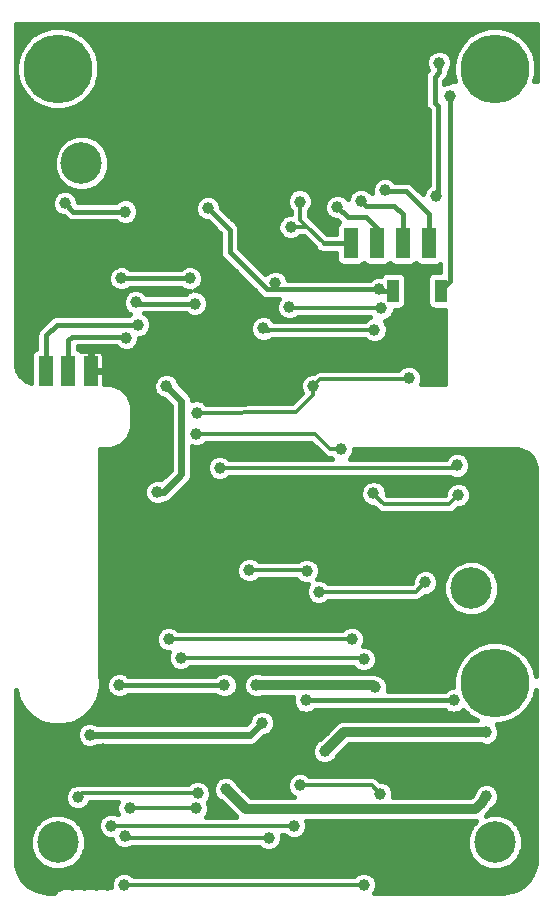
<source format=gbl>
G75*
G70*
%OFA0B0*%
%FSLAX24Y24*%
%IPPOS*%
%LPD*%
%AMOC8*
5,1,8,0,0,1.08239X$1,22.5*
%
%ADD10R,0.0400X0.0780*%
%ADD11R,0.0500X0.1000*%
%ADD12C,0.0396*%
%ADD13C,0.0320*%
%ADD14C,0.0240*%
%ADD15C,0.0160*%
%ADD16C,0.0120*%
%ADD17C,0.1384*%
%ADD18C,0.2290*%
D10*
X026425Y028020D03*
X028000Y028020D03*
D11*
X027607Y029594D03*
X026740Y029594D03*
X025874Y029594D03*
X025008Y029594D03*
X016347Y025343D03*
X015599Y025343D03*
X014851Y025343D03*
D12*
X014929Y027744D03*
X016229Y027744D03*
X017365Y028429D03*
X017843Y027626D03*
X017922Y026878D03*
X017528Y026445D03*
X018866Y024831D03*
X019870Y023955D03*
X019860Y023256D03*
X020638Y022114D03*
X018565Y021309D03*
X017292Y021051D03*
X017292Y019870D03*
X017292Y018689D03*
X017292Y017508D03*
X018945Y016406D03*
X019339Y015776D03*
X018082Y014143D03*
X017292Y014870D03*
X016307Y013217D03*
X016762Y012733D03*
X015914Y011130D03*
X015087Y010933D03*
X014221Y010933D03*
X017016Y010185D03*
X017470Y009840D03*
X017635Y010769D03*
X018709Y012390D03*
X019909Y011259D03*
X019845Y010769D03*
X020847Y011403D03*
X022272Y009780D03*
X023118Y010185D03*
X024024Y009437D03*
X024024Y008650D03*
X025166Y009437D03*
X025441Y008217D03*
X026268Y009437D03*
X027331Y009437D03*
X028394Y009437D03*
X029521Y011169D03*
X028959Y012193D03*
X029520Y013295D03*
X028433Y014358D03*
X027685Y014831D03*
X027252Y013886D03*
X027213Y012508D03*
X026110Y012783D03*
X025677Y012783D03*
X024142Y012665D03*
X023433Y012508D03*
X022764Y013138D03*
X022055Y013610D03*
X022803Y014122D03*
X023512Y014358D03*
X024142Y013886D03*
X025815Y014811D03*
X025441Y015736D03*
X025048Y016406D03*
X024214Y017098D03*
X023945Y017980D03*
X023535Y018679D03*
X024324Y019858D03*
X025204Y019048D03*
X025765Y021259D03*
X027410Y021366D03*
X028591Y021209D03*
X028551Y022193D03*
X026947Y025105D03*
X025796Y026720D03*
X026032Y027429D03*
X025953Y028059D03*
X024563Y030803D03*
X025351Y031012D03*
X026150Y031366D03*
X027843Y031169D03*
X025599Y033610D03*
X025599Y034791D03*
X027961Y035618D03*
X028315Y034516D03*
X023308Y030989D03*
X023005Y030139D03*
X021780Y031351D03*
X020249Y030770D03*
X019960Y029691D03*
X019645Y028429D03*
X019811Y027587D03*
X019414Y026580D03*
X022095Y026760D03*
X022961Y027469D03*
X022495Y028279D03*
X022862Y025028D03*
X022862Y024566D03*
X023765Y024839D03*
X024675Y022739D03*
X021625Y018699D03*
X019733Y018531D03*
X019733Y019319D03*
X020796Y014870D03*
X021859Y014870D03*
X023315Y011524D03*
X025991Y011246D03*
X030413Y012193D03*
X027685Y016091D03*
X027488Y018295D03*
X017449Y008217D03*
X017488Y030657D03*
X017528Y031287D03*
X015481Y030933D03*
X017410Y034752D03*
X017449Y036012D03*
X019260Y036012D03*
X019260Y034752D03*
X019260Y033571D03*
X021229Y033531D03*
X022803Y033571D03*
X022803Y036012D03*
X021229Y036012D03*
D13*
X021859Y014870D02*
X025756Y014870D01*
X025815Y014811D01*
X024772Y013295D02*
X024142Y012665D01*
X024772Y013295D02*
X029520Y013295D01*
X029521Y011169D02*
X029345Y010923D01*
X029158Y010736D01*
X021514Y010736D01*
X020847Y011403D01*
D14*
X021662Y013217D02*
X022055Y013610D01*
X021662Y013217D02*
X016307Y013217D01*
X018565Y021309D02*
X018775Y021309D01*
X019365Y021899D01*
X019365Y024333D01*
X018866Y024831D01*
D15*
X013918Y008624D02*
X014061Y008377D01*
X014263Y008175D01*
X014510Y008032D01*
X014786Y007958D01*
X014929Y007949D01*
X015103Y007949D01*
X015192Y008038D01*
X015405Y008126D01*
X015635Y008126D01*
X015717Y008092D01*
X015799Y008126D01*
X016029Y008126D01*
X016110Y008092D01*
X016192Y008126D01*
X016422Y008126D01*
X016504Y008092D01*
X016586Y008126D01*
X016816Y008126D01*
X016898Y008092D01*
X016980Y008126D01*
X017013Y008126D01*
X017011Y008129D01*
X017011Y008304D01*
X017078Y008465D01*
X017201Y008588D01*
X017362Y008655D01*
X017536Y008655D01*
X017697Y008588D01*
X017769Y008517D01*
X025122Y008517D01*
X025193Y008588D01*
X025354Y008655D01*
X025528Y008655D01*
X025689Y008588D01*
X025813Y008465D01*
X025879Y008304D01*
X025879Y008129D01*
X025813Y007968D01*
X025793Y007949D01*
X030087Y007949D01*
X030230Y007958D01*
X030506Y008032D01*
X030753Y008175D01*
X030955Y008377D01*
X031098Y008624D01*
X031098Y008624D01*
X031172Y008900D01*
X031182Y009043D01*
X031182Y014712D01*
X031102Y014414D01*
X030919Y014098D01*
X030662Y013841D01*
X030346Y013658D01*
X029994Y013564D01*
X029871Y013564D01*
X029891Y013543D01*
X029958Y013382D01*
X029958Y013208D01*
X029891Y013047D01*
X029768Y012924D01*
X029607Y012857D01*
X029433Y012857D01*
X029341Y012895D01*
X024938Y012895D01*
X024552Y012509D01*
X024513Y012417D01*
X024390Y012294D01*
X024229Y012227D01*
X024055Y012227D01*
X023894Y012294D01*
X023771Y012417D01*
X023704Y012578D01*
X023704Y012753D01*
X023771Y012914D01*
X023894Y013037D01*
X023986Y013075D01*
X024545Y013634D01*
X024692Y013695D01*
X029213Y013695D01*
X028961Y013841D01*
X028748Y014053D01*
X028682Y013987D01*
X028520Y013920D01*
X028346Y013920D01*
X028185Y013987D01*
X028134Y014038D01*
X023812Y014038D01*
X023760Y013987D01*
X023599Y013920D01*
X023425Y013920D01*
X023264Y013987D01*
X023141Y014110D01*
X023074Y014271D01*
X023074Y014445D01*
X023084Y014470D01*
X022038Y014470D01*
X021946Y014432D01*
X021771Y014432D01*
X021610Y014499D01*
X021487Y014622D01*
X021420Y014783D01*
X021420Y014957D01*
X021487Y015118D01*
X021610Y015241D01*
X021771Y015308D01*
X021946Y015308D01*
X022038Y015270D01*
X025836Y015270D01*
X025886Y015249D01*
X025902Y015249D01*
X026063Y015182D01*
X026187Y015059D01*
X026253Y014898D01*
X026253Y014724D01*
X026234Y014678D01*
X028134Y014678D01*
X028185Y014730D01*
X028346Y014796D01*
X028426Y014796D01*
X028426Y015131D01*
X028521Y015483D01*
X028703Y015799D01*
X028961Y016057D01*
X029277Y016239D01*
X029629Y016334D01*
X029994Y016334D01*
X030346Y016239D01*
X030662Y016057D01*
X030919Y015799D01*
X031102Y015483D01*
X031182Y015185D01*
X031182Y022035D01*
X031176Y022127D01*
X031128Y022304D01*
X031037Y022462D01*
X030907Y022592D01*
X030749Y022683D01*
X030572Y022731D01*
X030481Y022737D01*
X025113Y022737D01*
X025113Y022652D01*
X025046Y022491D01*
X024969Y022414D01*
X028169Y022414D01*
X028180Y022441D01*
X028303Y022564D01*
X028464Y022631D01*
X028639Y022631D01*
X028800Y022564D01*
X028923Y022441D01*
X028990Y022280D01*
X028990Y022106D01*
X028923Y021945D01*
X028800Y021822D01*
X028639Y021755D01*
X028464Y021755D01*
X028321Y021814D01*
X020958Y021814D01*
X020886Y021743D01*
X020725Y021676D01*
X020551Y021676D01*
X020390Y021743D01*
X020267Y021866D01*
X020200Y022027D01*
X020200Y022201D01*
X020267Y022362D01*
X020390Y022486D01*
X020551Y022552D01*
X020725Y022552D01*
X020886Y022486D01*
X020958Y022414D01*
X024380Y022414D01*
X024360Y022434D01*
X024270Y022434D01*
X024160Y022480D01*
X024075Y022564D01*
X023683Y022956D01*
X020180Y022956D01*
X020108Y022884D01*
X019947Y022818D01*
X019773Y022818D01*
X019725Y022838D01*
X019725Y021827D01*
X019670Y021695D01*
X019080Y021105D01*
X018979Y021004D01*
X018846Y020949D01*
X018824Y020949D01*
X018813Y020938D01*
X018652Y020871D01*
X018477Y020871D01*
X018316Y020938D01*
X018193Y021061D01*
X018126Y021222D01*
X018126Y021396D01*
X018193Y021557D01*
X018316Y021680D01*
X018477Y021747D01*
X018652Y021747D01*
X018688Y021732D01*
X019005Y022048D01*
X019005Y024183D01*
X018795Y024393D01*
X018779Y024393D01*
X018618Y024459D01*
X018495Y024583D01*
X018428Y024744D01*
X018428Y024918D01*
X018495Y025079D01*
X018618Y025202D01*
X018779Y025269D01*
X018954Y025269D01*
X019115Y025202D01*
X019238Y025079D01*
X019305Y024918D01*
X019305Y024902D01*
X019569Y024638D01*
X019670Y024536D01*
X019725Y024404D01*
X019725Y024369D01*
X019783Y024393D01*
X019957Y024393D01*
X020118Y024326D01*
X020189Y024256D01*
X022855Y024264D01*
X022866Y024269D01*
X023050Y024269D01*
X023387Y024606D01*
X023326Y024752D01*
X023326Y024926D01*
X023393Y025087D01*
X023516Y025210D01*
X023677Y025277D01*
X023778Y025277D01*
X023823Y025321D01*
X023933Y025367D01*
X026590Y025367D01*
X026699Y025476D01*
X026860Y025543D01*
X027034Y025543D01*
X027195Y025476D01*
X027319Y025353D01*
X027385Y025192D01*
X027385Y025018D01*
X027344Y024917D01*
X028154Y024917D01*
X028154Y027390D01*
X027753Y027390D01*
X027665Y027426D01*
X027597Y027494D01*
X027560Y027582D01*
X027560Y028457D01*
X027597Y028546D01*
X027665Y028613D01*
X027753Y028650D01*
X027995Y028650D01*
X027995Y028894D01*
X027993Y028891D01*
X027904Y028854D01*
X027309Y028854D01*
X027221Y028891D01*
X027173Y028938D01*
X027126Y028891D01*
X027038Y028854D01*
X026443Y028854D01*
X026354Y028891D01*
X026307Y028938D01*
X026260Y028891D01*
X026172Y028854D01*
X025577Y028854D01*
X025488Y028891D01*
X025441Y028938D01*
X025394Y028891D01*
X025306Y028854D01*
X024710Y028854D01*
X024622Y028891D01*
X024555Y028959D01*
X024518Y029047D01*
X024518Y029274D01*
X024039Y029274D01*
X023921Y029323D01*
X023831Y029413D01*
X023811Y029462D01*
X023434Y029839D01*
X023324Y029839D01*
X023253Y029768D01*
X023092Y029701D01*
X022917Y029701D01*
X022756Y029768D01*
X022633Y029891D01*
X022566Y030052D01*
X022566Y030226D01*
X022633Y030387D01*
X022756Y030510D01*
X022917Y030577D01*
X023008Y030577D01*
X023008Y030670D01*
X022936Y030741D01*
X022870Y030902D01*
X022870Y031077D01*
X022936Y031238D01*
X023060Y031361D01*
X023221Y031427D01*
X023395Y031427D01*
X023556Y031361D01*
X023679Y031238D01*
X023746Y031077D01*
X023746Y030902D01*
X023679Y030741D01*
X023608Y030670D01*
X023608Y030514D01*
X023812Y030309D01*
X024207Y029914D01*
X024518Y029914D01*
X024518Y030142D01*
X024555Y030230D01*
X024619Y030295D01*
X024549Y030365D01*
X024476Y030365D01*
X024315Y030432D01*
X024192Y030555D01*
X024125Y030716D01*
X024125Y030890D01*
X024192Y031051D01*
X024315Y031175D01*
X024476Y031241D01*
X024650Y031241D01*
X024811Y031175D01*
X024913Y031073D01*
X024913Y031099D01*
X024979Y031260D01*
X025102Y031383D01*
X025264Y031450D01*
X025438Y031450D01*
X025599Y031383D01*
X025718Y031264D01*
X025712Y031279D01*
X025712Y031453D01*
X025778Y031614D01*
X025902Y031738D01*
X026063Y031804D01*
X026237Y031804D01*
X026398Y031738D01*
X026489Y031647D01*
X026922Y031647D01*
X027040Y031598D01*
X027130Y031508D01*
X027405Y031233D01*
X027405Y031256D01*
X027471Y031417D01*
X027595Y031541D01*
X027602Y031544D01*
X027602Y034029D01*
X027532Y034098D01*
X027483Y034216D01*
X027483Y035209D01*
X027532Y035327D01*
X027585Y035380D01*
X027523Y035531D01*
X027523Y035705D01*
X027589Y035866D01*
X027713Y035990D01*
X027874Y036056D01*
X028048Y036056D01*
X028209Y035990D01*
X028332Y035866D01*
X028399Y035705D01*
X028399Y035531D01*
X028332Y035370D01*
X028281Y035319D01*
X028281Y035239D01*
X028232Y035122D01*
X028142Y035032D01*
X028123Y035013D01*
X028123Y034911D01*
X028228Y034954D01*
X028256Y034954D01*
X028258Y034955D01*
X028346Y034992D01*
X028493Y034992D01*
X028426Y035239D01*
X028426Y035604D01*
X028521Y035956D01*
X028703Y036272D01*
X028961Y036529D01*
X029277Y036712D01*
X029629Y036806D01*
X029994Y036806D01*
X030346Y036712D01*
X030662Y036529D01*
X030919Y036272D01*
X031221Y036272D01*
X031221Y036114D02*
X031011Y036114D01*
X031102Y035956D02*
X030919Y036272D01*
X030760Y036431D02*
X031221Y036431D01*
X031221Y036589D02*
X030558Y036589D01*
X030212Y036748D02*
X031221Y036748D01*
X031221Y036906D02*
X013835Y036906D01*
X013835Y036914D02*
X031221Y036914D01*
X031221Y034992D01*
X031130Y034992D01*
X031196Y035239D01*
X031196Y035604D01*
X031102Y035956D01*
X031102Y035955D02*
X031221Y035955D01*
X031221Y035797D02*
X031144Y035797D01*
X031187Y035638D02*
X031221Y035638D01*
X031221Y035480D02*
X031196Y035480D01*
X031196Y035321D02*
X031221Y035321D01*
X031221Y035163D02*
X031176Y035163D01*
X031133Y035004D02*
X031221Y035004D01*
X029410Y036748D02*
X015645Y036748D01*
X015779Y036712D02*
X015427Y036806D01*
X015062Y036806D01*
X014710Y036712D01*
X014394Y036529D01*
X014136Y036272D01*
X013954Y035956D01*
X013859Y035604D01*
X013859Y035239D01*
X013954Y034887D01*
X014136Y034571D01*
X014394Y034313D01*
X014710Y034131D01*
X015062Y034036D01*
X015427Y034036D01*
X015779Y034131D01*
X016095Y034313D01*
X016353Y034571D01*
X016535Y034887D01*
X016629Y035239D01*
X016629Y035604D01*
X016535Y035956D01*
X016353Y036272D01*
X016095Y036529D01*
X015779Y036712D01*
X015991Y036589D02*
X029064Y036589D01*
X028862Y036431D02*
X016194Y036431D01*
X016352Y036272D02*
X028704Y036272D01*
X028612Y036114D02*
X016444Y036114D01*
X016535Y035955D02*
X027678Y035955D01*
X027561Y035797D02*
X016578Y035797D01*
X016620Y035638D02*
X027523Y035638D01*
X027544Y035480D02*
X016629Y035480D01*
X016629Y035321D02*
X027530Y035321D01*
X027483Y035163D02*
X016609Y035163D01*
X016566Y035004D02*
X027483Y035004D01*
X027483Y034846D02*
X016511Y034846D01*
X016420Y034687D02*
X027483Y034687D01*
X027483Y034529D02*
X016310Y034529D01*
X016152Y034370D02*
X027483Y034370D01*
X027485Y034212D02*
X015919Y034212D01*
X015489Y034053D02*
X027577Y034053D01*
X027602Y033895D02*
X013835Y033895D01*
X013835Y034053D02*
X015000Y034053D01*
X014570Y034212D02*
X013835Y034212D01*
X013835Y034370D02*
X014337Y034370D01*
X014179Y034529D02*
X013835Y034529D01*
X013835Y034687D02*
X014069Y034687D01*
X013978Y034846D02*
X013835Y034846D01*
X013835Y035004D02*
X013922Y035004D01*
X013880Y035163D02*
X013835Y035163D01*
X013835Y035321D02*
X013859Y035321D01*
X013859Y035480D02*
X013835Y035480D01*
X013835Y035638D02*
X013869Y035638D01*
X013835Y035797D02*
X013911Y035797D01*
X013954Y035955D02*
X013835Y035955D01*
X013835Y036114D02*
X014045Y036114D01*
X014137Y036272D02*
X013835Y036272D01*
X013835Y036431D02*
X014295Y036431D01*
X014497Y036589D02*
X013835Y036589D01*
X013835Y036748D02*
X014844Y036748D01*
X013835Y036914D02*
X013835Y025618D01*
X013841Y025527D01*
X013888Y025350D01*
X013979Y025191D01*
X014109Y025062D01*
X014267Y024970D01*
X014361Y024945D01*
X014361Y025890D01*
X014397Y025978D01*
X014465Y026046D01*
X014531Y026073D01*
X014531Y026587D01*
X014579Y026705D01*
X014934Y027059D01*
X015024Y027149D01*
X015141Y027198D01*
X017622Y027198D01*
X017654Y027230D01*
X017595Y027255D01*
X017471Y027378D01*
X017405Y027539D01*
X017405Y027713D01*
X013835Y027713D01*
X013835Y027555D02*
X017405Y027555D01*
X017405Y027713D02*
X017471Y027874D01*
X017595Y027997D01*
X017756Y028064D01*
X017930Y028064D01*
X018091Y027997D01*
X018182Y027907D01*
X019512Y027907D01*
X019563Y027958D01*
X019643Y027991D01*
X019557Y027991D01*
X019396Y028058D01*
X019345Y028109D01*
X017664Y028109D01*
X017613Y028058D01*
X017452Y027991D01*
X017277Y027991D01*
X017116Y028058D01*
X016993Y028181D01*
X016926Y028342D01*
X016926Y028516D01*
X016993Y028677D01*
X017116Y028800D01*
X017277Y028867D01*
X017452Y028867D01*
X017613Y028800D01*
X017664Y028749D01*
X019345Y028749D01*
X019396Y028800D01*
X019557Y028867D01*
X019732Y028867D01*
X019893Y028800D01*
X020016Y028677D01*
X020083Y028516D01*
X020083Y028342D01*
X020016Y028181D01*
X019893Y028058D01*
X019813Y028025D01*
X019898Y028025D01*
X020059Y027958D01*
X020183Y027835D01*
X020249Y027674D01*
X020249Y027499D01*
X020183Y027338D01*
X020059Y027215D01*
X019898Y027149D01*
X019724Y027149D01*
X019563Y027215D01*
X019512Y027267D01*
X018128Y027267D01*
X018170Y027249D01*
X018293Y027126D01*
X018360Y026965D01*
X018360Y026791D01*
X018293Y026630D01*
X018170Y026507D01*
X018009Y026440D01*
X017966Y026440D01*
X017966Y026358D01*
X017899Y026197D01*
X017776Y026073D01*
X017615Y026007D01*
X017441Y026007D01*
X017280Y026073D01*
X017189Y026164D01*
X015919Y026164D01*
X015919Y026073D01*
X015985Y026046D01*
X016023Y026008D01*
X016027Y026010D01*
X016073Y026023D01*
X016302Y026023D01*
X016302Y025388D01*
X016392Y025388D01*
X016392Y026023D01*
X016620Y026023D01*
X016666Y026010D01*
X016707Y025987D01*
X016741Y025953D01*
X016764Y025912D01*
X016777Y025866D01*
X016777Y025388D01*
X016392Y025388D01*
X016392Y025298D01*
X016777Y025298D01*
X016777Y024917D01*
X017032Y024917D01*
X017353Y024784D01*
X017353Y024784D01*
X017599Y024538D01*
X017599Y024538D01*
X017732Y024217D01*
X017732Y023436D01*
X017599Y023115D01*
X017599Y023115D01*
X017353Y022870D01*
X017353Y022870D01*
X017032Y022737D01*
X016665Y022737D01*
X016665Y015151D01*
X016669Y015136D01*
X016669Y014761D01*
X016572Y014399D01*
X023074Y014399D01*
X023087Y014241D02*
X016481Y014241D01*
X016572Y014399D02*
X016385Y014074D01*
X016119Y013809D01*
X015794Y013621D01*
X015432Y013524D01*
X015057Y013524D01*
X014694Y013621D01*
X014369Y013809D01*
X014104Y014074D01*
X013917Y014399D01*
X013835Y014705D01*
X013835Y009043D01*
X013844Y008900D01*
X013918Y008624D01*
X013900Y008693D02*
X031117Y008693D01*
X031159Y008852D02*
X030347Y008852D01*
X030339Y008844D02*
X030602Y009106D01*
X030743Y009448D01*
X030743Y009819D01*
X030602Y010162D01*
X030339Y010424D01*
X029997Y010566D01*
X029626Y010566D01*
X029503Y010515D01*
X029596Y010608D01*
X029625Y010626D01*
X029651Y010664D01*
X029684Y010696D01*
X029697Y010728D01*
X029738Y010785D01*
X029769Y010798D01*
X029892Y010921D01*
X029959Y011082D01*
X029959Y011256D01*
X029892Y011417D01*
X029769Y011541D01*
X029608Y011607D01*
X029434Y011607D01*
X029272Y011541D01*
X029149Y011417D01*
X029083Y011256D01*
X029083Y011244D01*
X029039Y011182D01*
X028993Y011136D01*
X026420Y011136D01*
X026429Y011159D01*
X026429Y011333D01*
X026363Y011494D01*
X026239Y011618D01*
X026078Y011684D01*
X025977Y011684D01*
X025878Y011783D01*
X025768Y011829D01*
X023629Y011829D01*
X023563Y011895D01*
X023402Y011962D01*
X023228Y011962D01*
X023067Y011895D01*
X022944Y011772D01*
X022877Y011611D01*
X022877Y011436D01*
X022944Y011275D01*
X023067Y011152D01*
X023106Y011136D01*
X021679Y011136D01*
X021256Y011559D01*
X021218Y011651D01*
X021095Y011774D01*
X020934Y011841D01*
X020760Y011841D01*
X020599Y011774D01*
X020475Y011651D01*
X020409Y011490D01*
X020409Y011316D01*
X020475Y011155D01*
X020599Y011032D01*
X020691Y010994D01*
X021175Y010510D01*
X021199Y010485D01*
X020180Y010485D01*
X020216Y010521D01*
X020283Y010682D01*
X020283Y010856D01*
X020237Y010968D01*
X020280Y011011D01*
X020347Y011172D01*
X020347Y011346D01*
X020280Y011507D01*
X020157Y011631D01*
X019996Y011697D01*
X019822Y011697D01*
X019661Y011631D01*
X019589Y011559D01*
X016022Y011559D01*
X016001Y011568D01*
X015827Y011568D01*
X015665Y011501D01*
X015542Y011378D01*
X015476Y011217D01*
X015476Y011043D01*
X015542Y010882D01*
X015665Y010759D01*
X015827Y010692D01*
X016001Y010692D01*
X016162Y010759D01*
X016285Y010882D01*
X016317Y010959D01*
X017239Y010959D01*
X017196Y010856D01*
X017196Y010682D01*
X017245Y010564D01*
X017103Y010623D01*
X016929Y010623D01*
X016768Y010556D01*
X016645Y010433D01*
X016578Y010272D01*
X016578Y010098D01*
X016645Y009937D01*
X016768Y009814D01*
X016929Y009747D01*
X017034Y009747D01*
X017098Y009592D01*
X017222Y009469D01*
X017383Y009402D01*
X017557Y009402D01*
X017718Y009469D01*
X017729Y009480D01*
X021953Y009480D01*
X022024Y009409D01*
X022185Y009342D01*
X022359Y009342D01*
X022520Y009409D01*
X022644Y009532D01*
X022710Y009693D01*
X022710Y009867D01*
X022703Y009885D01*
X022799Y009885D01*
X022870Y009814D01*
X023031Y009747D01*
X023206Y009747D01*
X023367Y009814D01*
X023490Y009937D01*
X023556Y010098D01*
X023556Y010272D01*
X023530Y010336D01*
X029195Y010336D01*
X029021Y010162D01*
X028879Y009819D01*
X028879Y009448D01*
X029021Y009106D01*
X029283Y008844D01*
X029626Y008702D01*
X029997Y008702D01*
X030339Y008844D01*
X030506Y009010D02*
X031180Y009010D01*
X031182Y009169D02*
X030627Y009169D01*
X030693Y009327D02*
X031182Y009327D01*
X031182Y009486D02*
X030743Y009486D01*
X030743Y009644D02*
X031182Y009644D01*
X031182Y009803D02*
X030743Y009803D01*
X030685Y009961D02*
X031182Y009961D01*
X031182Y010120D02*
X030619Y010120D01*
X030485Y010278D02*
X031182Y010278D01*
X031182Y010437D02*
X030309Y010437D01*
X029715Y010754D02*
X031182Y010754D01*
X031182Y010912D02*
X029883Y010912D01*
X029954Y011071D02*
X031182Y011071D01*
X031182Y011229D02*
X029959Y011229D01*
X029904Y011388D02*
X031182Y011388D01*
X031182Y011546D02*
X029756Y011546D01*
X029285Y011546D02*
X026311Y011546D01*
X026407Y011388D02*
X029137Y011388D01*
X029072Y011229D02*
X026429Y011229D01*
X025957Y011705D02*
X031182Y011705D01*
X031182Y011863D02*
X023595Y011863D01*
X023849Y012339D02*
X013835Y012339D01*
X013835Y012497D02*
X023737Y012497D01*
X023704Y012656D02*
X013835Y012656D01*
X013835Y012814D02*
X016134Y012814D01*
X016059Y012845D02*
X016220Y012778D01*
X016394Y012778D01*
X016556Y012845D01*
X016567Y012857D01*
X021733Y012857D01*
X021866Y012911D01*
X022126Y013172D01*
X022143Y013172D01*
X022304Y013239D01*
X022427Y013362D01*
X022493Y013523D01*
X022493Y013697D01*
X022427Y013858D01*
X022304Y013982D01*
X022143Y014048D01*
X021968Y014048D01*
X021807Y013982D01*
X021684Y013858D01*
X021617Y013697D01*
X021617Y013681D01*
X021513Y013577D01*
X016567Y013577D01*
X016556Y013588D01*
X016394Y013655D01*
X016220Y013655D01*
X016059Y013588D01*
X015936Y013465D01*
X015869Y013304D01*
X015869Y013129D01*
X015936Y012968D01*
X016059Y012845D01*
X015934Y012973D02*
X013835Y012973D01*
X013835Y013131D02*
X015869Y013131D01*
X015869Y013290D02*
X013835Y013290D01*
X013835Y013448D02*
X015929Y013448D01*
X016104Y013607D02*
X015740Y013607D01*
X016044Y013765D02*
X021645Y013765D01*
X021543Y013607D02*
X016511Y013607D01*
X016234Y013924D02*
X021749Y013924D01*
X022362Y013924D02*
X023417Y013924D01*
X023607Y013924D02*
X028338Y013924D01*
X028529Y013924D02*
X028878Y013924D01*
X029092Y013765D02*
X022465Y013765D01*
X022493Y013607D02*
X024518Y013607D01*
X024359Y013448D02*
X022462Y013448D01*
X022354Y013290D02*
X024201Y013290D01*
X024042Y013131D02*
X022085Y013131D01*
X021927Y012973D02*
X023830Y012973D01*
X023729Y012814D02*
X016481Y012814D01*
X016389Y014082D02*
X023169Y014082D01*
X023512Y014358D02*
X028433Y014358D01*
X028172Y014716D02*
X026250Y014716D01*
X026253Y014875D02*
X028426Y014875D01*
X028426Y015033D02*
X026197Y015033D01*
X026041Y015192D02*
X028443Y015192D01*
X028485Y015350D02*
X025654Y015350D01*
X025689Y015365D02*
X025813Y015488D01*
X025879Y015649D01*
X025879Y015823D01*
X025813Y015984D01*
X028888Y015984D01*
X028730Y015826D02*
X025878Y015826D01*
X025879Y015667D02*
X028627Y015667D01*
X028535Y015509D02*
X025821Y015509D01*
X025689Y015365D02*
X025528Y015298D01*
X025354Y015298D01*
X025193Y015365D01*
X025082Y015476D01*
X019658Y015476D01*
X019587Y015404D01*
X019426Y015337D01*
X019252Y015337D01*
X019091Y015404D01*
X018967Y015527D01*
X018901Y015688D01*
X018901Y015863D01*
X018944Y015967D01*
X018858Y015967D01*
X018697Y016034D01*
X018574Y016157D01*
X018507Y016318D01*
X018507Y016493D01*
X018574Y016654D01*
X018697Y016777D01*
X018858Y016844D01*
X019032Y016844D01*
X019193Y016777D01*
X019265Y016706D01*
X024728Y016706D01*
X024799Y016777D01*
X024960Y016844D01*
X025135Y016844D01*
X025296Y016777D01*
X025419Y016654D01*
X025486Y016493D01*
X025486Y016318D01*
X025426Y016174D01*
X025528Y016174D01*
X025689Y016108D01*
X025813Y015984D01*
X025605Y016143D02*
X029109Y016143D01*
X029507Y016301D02*
X025478Y016301D01*
X025486Y016460D02*
X031182Y016460D01*
X031182Y016618D02*
X025434Y016618D01*
X025296Y016777D02*
X031182Y016777D01*
X031182Y016935D02*
X016665Y016935D01*
X016665Y016777D02*
X018697Y016777D01*
X018559Y016618D02*
X016665Y016618D01*
X016665Y016460D02*
X018507Y016460D01*
X018514Y016301D02*
X016665Y016301D01*
X016665Y016143D02*
X018589Y016143D01*
X018818Y015984D02*
X016665Y015984D01*
X016665Y015826D02*
X018901Y015826D01*
X018910Y015667D02*
X016665Y015667D01*
X016665Y015509D02*
X018986Y015509D01*
X019221Y015350D02*
X016665Y015350D01*
X016665Y015192D02*
X016994Y015192D01*
X017043Y015241D02*
X016920Y015118D01*
X016853Y014957D01*
X016853Y014783D01*
X016920Y014622D01*
X017043Y014499D01*
X017204Y014432D01*
X017379Y014432D01*
X017540Y014499D01*
X017591Y014550D01*
X020496Y014550D01*
X020547Y014499D01*
X020708Y014432D01*
X020883Y014432D01*
X021044Y014499D01*
X021167Y014622D01*
X021234Y014783D01*
X021234Y014957D01*
X021167Y015118D01*
X021044Y015241D01*
X020883Y015308D01*
X020708Y015308D01*
X020547Y015241D01*
X020496Y015190D01*
X017591Y015190D01*
X017540Y015241D01*
X017379Y015308D01*
X017204Y015308D01*
X017043Y015241D01*
X016885Y015033D02*
X016669Y015033D01*
X016669Y014875D02*
X016853Y014875D01*
X016881Y014716D02*
X016657Y014716D01*
X016615Y014558D02*
X016985Y014558D01*
X017292Y014870D02*
X020796Y014870D01*
X021234Y014875D02*
X021420Y014875D01*
X021452Y015033D02*
X021202Y015033D01*
X021094Y015192D02*
X021560Y015192D01*
X021448Y014716D02*
X021206Y014716D01*
X021103Y014558D02*
X021551Y014558D01*
X020497Y015192D02*
X017590Y015192D01*
X016665Y017094D02*
X031182Y017094D01*
X031182Y017252D02*
X029416Y017252D01*
X029552Y017308D02*
X029814Y017570D01*
X029956Y017913D01*
X029956Y018284D01*
X029814Y018626D01*
X029552Y018889D01*
X029209Y019031D01*
X028838Y019031D01*
X028496Y018889D01*
X028234Y018626D01*
X028092Y018284D01*
X028092Y017913D01*
X028234Y017570D01*
X028496Y017308D01*
X028838Y017166D01*
X029209Y017166D01*
X029552Y017308D01*
X029654Y017411D02*
X031182Y017411D01*
X031182Y017569D02*
X029813Y017569D01*
X029879Y017728D02*
X031182Y017728D01*
X031182Y017886D02*
X029945Y017886D01*
X029956Y018045D02*
X031182Y018045D01*
X031182Y018203D02*
X029956Y018203D01*
X029924Y018362D02*
X031182Y018362D01*
X031182Y018520D02*
X029858Y018520D01*
X029762Y018679D02*
X031182Y018679D01*
X031182Y018837D02*
X029603Y018837D01*
X029294Y018996D02*
X031182Y018996D01*
X031182Y019154D02*
X016665Y019154D01*
X016665Y018996D02*
X021302Y018996D01*
X021253Y018947D02*
X021186Y018786D01*
X021186Y018612D01*
X021253Y018451D01*
X021376Y018328D01*
X021537Y018261D01*
X021712Y018261D01*
X021873Y018328D01*
X021944Y018399D01*
X023195Y018399D01*
X023286Y018308D01*
X023447Y018241D01*
X023586Y018241D01*
X023574Y018228D01*
X023507Y018067D01*
X023507Y017893D01*
X023574Y017732D01*
X023697Y017609D01*
X023858Y017542D01*
X024032Y017542D01*
X024193Y017609D01*
X024265Y017680D01*
X027233Y017680D01*
X027343Y017726D01*
X027475Y017857D01*
X027576Y017857D01*
X027737Y017924D01*
X027860Y018047D01*
X027927Y018208D01*
X027927Y018382D01*
X027860Y018543D01*
X027737Y018667D01*
X027576Y018733D01*
X027401Y018733D01*
X027240Y018667D01*
X027117Y018543D01*
X027050Y018382D01*
X027050Y018281D01*
X027049Y018280D01*
X024265Y018280D01*
X024193Y018352D01*
X024032Y018418D01*
X023894Y018418D01*
X023906Y018431D01*
X023973Y018592D01*
X023973Y018766D01*
X023906Y018927D01*
X023783Y019050D01*
X023622Y019117D01*
X023447Y019117D01*
X023286Y019050D01*
X023235Y018999D01*
X021944Y018999D01*
X021873Y019070D01*
X021712Y019137D01*
X021537Y019137D01*
X021376Y019070D01*
X021253Y018947D01*
X021208Y018837D02*
X016665Y018837D01*
X016665Y018679D02*
X021186Y018679D01*
X021225Y018520D02*
X016665Y018520D01*
X016665Y018362D02*
X021342Y018362D01*
X021907Y018362D02*
X023232Y018362D01*
X023563Y018203D02*
X016665Y018203D01*
X016665Y018045D02*
X023507Y018045D01*
X023510Y017886D02*
X016665Y017886D01*
X016665Y017728D02*
X023578Y017728D01*
X023793Y017569D02*
X016665Y017569D01*
X016665Y017411D02*
X028394Y017411D01*
X028235Y017569D02*
X024097Y017569D01*
X024170Y018362D02*
X027050Y018362D01*
X027107Y018520D02*
X023943Y018520D01*
X023973Y018679D02*
X027269Y018679D01*
X027708Y018679D02*
X028286Y018679D01*
X028190Y018520D02*
X027870Y018520D01*
X027927Y018362D02*
X028124Y018362D01*
X028092Y018203D02*
X027924Y018203D01*
X027857Y018045D02*
X028092Y018045D01*
X028103Y017886D02*
X027645Y017886D01*
X027345Y017728D02*
X028169Y017728D01*
X028631Y017252D02*
X016665Y017252D01*
X016665Y019313D02*
X031182Y019313D01*
X031182Y019471D02*
X016665Y019471D01*
X016665Y019630D02*
X031182Y019630D01*
X031182Y019788D02*
X016665Y019788D01*
X016665Y019947D02*
X031182Y019947D01*
X031182Y020105D02*
X016665Y020105D01*
X016665Y020264D02*
X031182Y020264D01*
X031182Y020422D02*
X016665Y020422D01*
X016665Y020581D02*
X031182Y020581D01*
X031182Y020739D02*
X028545Y020739D01*
X028577Y020771D02*
X028678Y020771D01*
X028839Y020837D01*
X028962Y020960D01*
X029029Y021122D01*
X029029Y021296D01*
X028962Y021457D01*
X028839Y021580D01*
X028678Y021647D01*
X028504Y021647D01*
X028343Y021580D01*
X028219Y021457D01*
X028153Y021296D01*
X028153Y021195D01*
X028152Y021194D01*
X026235Y021194D01*
X026203Y021226D01*
X026203Y021346D01*
X026136Y021507D01*
X026013Y021630D01*
X025852Y021697D01*
X025677Y021697D01*
X025516Y021630D01*
X025393Y021507D01*
X025326Y021346D01*
X025326Y021172D01*
X025393Y021011D01*
X025516Y020888D01*
X025677Y020821D01*
X025759Y020821D01*
X025856Y020724D01*
X025941Y020639D01*
X026051Y020594D01*
X028336Y020594D01*
X028446Y020639D01*
X028577Y020771D01*
X028899Y020898D02*
X031182Y020898D01*
X031182Y021056D02*
X029002Y021056D01*
X029029Y021215D02*
X031182Y021215D01*
X031182Y021373D02*
X028997Y021373D01*
X028887Y021532D02*
X031182Y021532D01*
X031182Y021690D02*
X025869Y021690D01*
X025660Y021690D02*
X020759Y021690D01*
X020517Y021690D02*
X019665Y021690D01*
X019725Y021849D02*
X020284Y021849D01*
X020208Y022007D02*
X019725Y022007D01*
X019725Y022166D02*
X020200Y022166D01*
X020251Y022324D02*
X019725Y022324D01*
X019725Y022483D02*
X020387Y022483D01*
X020889Y022483D02*
X024157Y022483D01*
X023998Y022641D02*
X019725Y022641D01*
X019725Y022800D02*
X023840Y022800D01*
X025038Y022483D02*
X028222Y022483D01*
X028881Y022483D02*
X031016Y022483D01*
X031117Y022324D02*
X028971Y022324D01*
X028990Y022166D02*
X031165Y022166D01*
X031182Y022007D02*
X028949Y022007D01*
X028827Y021849D02*
X031182Y021849D01*
X030822Y022641D02*
X025108Y022641D01*
X025418Y021532D02*
X019506Y021532D01*
X019348Y021373D02*
X025338Y021373D01*
X025326Y021215D02*
X019189Y021215D01*
X019031Y021056D02*
X025374Y021056D01*
X025506Y020898D02*
X018716Y020898D01*
X018413Y020898D02*
X016665Y020898D01*
X016665Y021056D02*
X018198Y021056D01*
X018130Y021215D02*
X016665Y021215D01*
X016665Y021373D02*
X018126Y021373D01*
X018183Y021532D02*
X016665Y021532D01*
X016665Y021690D02*
X018340Y021690D01*
X018805Y021849D02*
X016665Y021849D01*
X016665Y022007D02*
X018963Y022007D01*
X019005Y022166D02*
X016665Y022166D01*
X016665Y022324D02*
X019005Y022324D01*
X019005Y022483D02*
X016665Y022483D01*
X016665Y022641D02*
X019005Y022641D01*
X019005Y022800D02*
X017185Y022800D01*
X017442Y022958D02*
X019005Y022958D01*
X019005Y023117D02*
X017600Y023117D01*
X017665Y023275D02*
X019005Y023275D01*
X019005Y023434D02*
X017731Y023434D01*
X017732Y023592D02*
X019005Y023592D01*
X019005Y023751D02*
X017732Y023751D01*
X017732Y023909D02*
X019005Y023909D01*
X019005Y024068D02*
X017732Y024068D01*
X017729Y024226D02*
X018962Y024226D01*
X018803Y024385D02*
X017663Y024385D01*
X017594Y024543D02*
X018534Y024543D01*
X018446Y024702D02*
X017436Y024702D01*
X017170Y024860D02*
X018428Y024860D01*
X018470Y025019D02*
X016777Y025019D01*
X016777Y025177D02*
X018593Y025177D01*
X019140Y025177D02*
X023483Y025177D01*
X023365Y025019D02*
X019263Y025019D01*
X019346Y024860D02*
X023326Y024860D01*
X023347Y024702D02*
X019505Y024702D01*
X019663Y024543D02*
X023324Y024543D01*
X023166Y024385D02*
X019977Y024385D01*
X019763Y024385D02*
X019725Y024385D01*
X017831Y026128D02*
X028154Y026128D01*
X028154Y025970D02*
X016724Y025970D01*
X016777Y025811D02*
X028154Y025811D01*
X028154Y025653D02*
X016777Y025653D01*
X016777Y025494D02*
X026742Y025494D01*
X026927Y025196D02*
X026859Y025067D01*
X026947Y025105D02*
X026927Y025196D01*
X027153Y025494D02*
X028154Y025494D01*
X028154Y025336D02*
X027326Y025336D01*
X027385Y025177D02*
X028154Y025177D01*
X028154Y025019D02*
X027385Y025019D01*
X028154Y026287D02*
X025893Y026287D01*
X025883Y026282D02*
X026044Y026349D01*
X026167Y026472D01*
X026234Y026633D01*
X026234Y026808D01*
X026167Y026969D01*
X026137Y026999D01*
X026280Y027058D01*
X026403Y027181D01*
X026470Y027342D01*
X026470Y027390D01*
X026673Y027390D01*
X026761Y027426D01*
X026829Y027494D01*
X026865Y027582D01*
X026865Y028457D01*
X026829Y028546D01*
X026761Y028613D01*
X026673Y028650D01*
X026178Y028650D01*
X026090Y028613D01*
X026022Y028546D01*
X026002Y028497D01*
X025866Y028497D01*
X025705Y028430D01*
X025653Y028379D01*
X022927Y028379D01*
X022866Y028527D01*
X022743Y028650D01*
X022582Y028717D01*
X022407Y028717D01*
X022246Y028650D01*
X022166Y028570D01*
X021289Y029447D01*
X021289Y030114D01*
X021241Y030231D01*
X020688Y030785D01*
X020688Y030857D01*
X020621Y031018D01*
X020498Y031142D01*
X020337Y031208D01*
X020162Y031208D01*
X020001Y031142D01*
X019878Y031018D01*
X019811Y030857D01*
X019811Y030683D01*
X019878Y030522D01*
X020001Y030399D01*
X020162Y030332D01*
X020235Y030332D01*
X020649Y029918D01*
X020649Y029251D01*
X020698Y029133D01*
X020788Y029043D01*
X021953Y027878D01*
X022043Y027788D01*
X022161Y027739D01*
X022612Y027739D01*
X022589Y027717D01*
X022523Y027556D01*
X022523Y027381D01*
X022589Y027220D01*
X022713Y027097D01*
X022874Y027030D01*
X023048Y027030D01*
X023209Y027097D01*
X023241Y027129D01*
X025637Y027129D01*
X025547Y027092D01*
X025476Y027020D01*
X022454Y027020D01*
X022343Y027131D01*
X022182Y027198D01*
X022008Y027198D01*
X021847Y027131D01*
X021723Y027008D01*
X021657Y026847D01*
X021657Y026673D01*
X021723Y026512D01*
X021847Y026388D01*
X022008Y026322D01*
X022182Y026322D01*
X022343Y026388D01*
X022375Y026420D01*
X025476Y026420D01*
X025547Y026349D01*
X025708Y026282D01*
X025883Y026282D01*
X025698Y026287D02*
X017936Y026287D01*
X018021Y026445D02*
X021790Y026445D01*
X021685Y026604D02*
X018267Y026604D01*
X018348Y026762D02*
X021657Y026762D01*
X021687Y026921D02*
X018360Y026921D01*
X018312Y027079D02*
X021794Y027079D01*
X022095Y026760D02*
X022252Y026720D01*
X022395Y027079D02*
X022756Y027079D01*
X022582Y027238D02*
X020082Y027238D01*
X020207Y027396D02*
X022523Y027396D01*
X022523Y027555D02*
X020249Y027555D01*
X020233Y027713D02*
X022588Y027713D01*
X022595Y028059D02*
X022225Y028059D01*
X020969Y029314D01*
X020969Y030050D01*
X020249Y030770D01*
X019860Y030566D02*
X017925Y030566D01*
X017927Y030570D02*
X017860Y030409D01*
X017737Y030286D01*
X017576Y030219D01*
X017401Y030219D01*
X017240Y030286D01*
X017189Y030337D01*
X015693Y030337D01*
X015575Y030386D01*
X015466Y030495D01*
X015393Y030495D01*
X015232Y030562D01*
X015109Y030685D01*
X015042Y030846D01*
X015042Y031020D01*
X015109Y031181D01*
X015232Y031304D01*
X015393Y031371D01*
X015568Y031371D01*
X015729Y031304D01*
X015852Y031181D01*
X015919Y031020D01*
X015919Y030977D01*
X017189Y030977D01*
X017240Y031029D01*
X017401Y031096D01*
X017576Y031096D01*
X017737Y031029D01*
X017860Y030906D01*
X017927Y030745D01*
X017927Y030570D01*
X017927Y030725D02*
X019811Y030725D01*
X019822Y030883D02*
X017869Y030883D01*
X017706Y031042D02*
X019901Y031042D01*
X020143Y031200D02*
X015833Y031200D01*
X015846Y031340D02*
X016217Y031340D01*
X016560Y031481D01*
X016822Y031744D01*
X016964Y032086D01*
X016964Y032457D01*
X016822Y032800D01*
X016560Y033062D01*
X016217Y033204D01*
X015846Y033204D01*
X015504Y033062D01*
X015242Y032800D01*
X015100Y032457D01*
X015100Y032086D01*
X015242Y031744D01*
X015504Y031481D01*
X015846Y031340D01*
X015800Y031359D02*
X015598Y031359D01*
X015468Y031517D02*
X013835Y031517D01*
X013835Y031359D02*
X015363Y031359D01*
X015128Y031200D02*
X013835Y031200D01*
X013835Y031042D02*
X015051Y031042D01*
X015042Y030883D02*
X013835Y030883D01*
X013835Y030725D02*
X015093Y030725D01*
X015228Y030566D02*
X013835Y030566D01*
X013835Y030408D02*
X015554Y030408D01*
X015756Y030657D02*
X015481Y030933D01*
X015756Y030657D02*
X017488Y030657D01*
X017330Y030249D02*
X013835Y030249D01*
X013835Y030091D02*
X020476Y030091D01*
X020318Y030249D02*
X017647Y030249D01*
X017858Y030408D02*
X019992Y030408D01*
X020635Y029932D02*
X013835Y029932D01*
X013835Y029774D02*
X020649Y029774D01*
X020649Y029615D02*
X013835Y029615D01*
X013835Y029457D02*
X020649Y029457D01*
X020649Y029298D02*
X013835Y029298D01*
X013835Y029140D02*
X020695Y029140D01*
X020850Y028981D02*
X013835Y028981D01*
X013835Y028823D02*
X017170Y028823D01*
X016988Y028664D02*
X013835Y028664D01*
X013835Y028506D02*
X016926Y028506D01*
X016926Y028347D02*
X013835Y028347D01*
X013835Y028189D02*
X016990Y028189D01*
X017183Y028030D02*
X013835Y028030D01*
X013835Y027872D02*
X017470Y027872D01*
X017546Y028030D02*
X017674Y028030D01*
X018012Y028030D02*
X019463Y028030D01*
X019826Y028030D02*
X021801Y028030D01*
X021960Y027872D02*
X020146Y027872D01*
X020019Y028189D02*
X021643Y028189D01*
X021484Y028347D02*
X020083Y028347D01*
X020083Y028506D02*
X021326Y028506D01*
X021167Y028664D02*
X020021Y028664D01*
X019839Y028823D02*
X021009Y028823D01*
X021438Y029298D02*
X023982Y029298D01*
X023813Y029457D02*
X021289Y029457D01*
X021289Y029615D02*
X023658Y029615D01*
X023499Y029774D02*
X023259Y029774D01*
X023872Y030249D02*
X024573Y030249D01*
X024518Y030091D02*
X024031Y030091D01*
X024189Y029932D02*
X024518Y029932D01*
X024373Y030408D02*
X023714Y030408D01*
X023608Y030566D02*
X024187Y030566D01*
X024125Y030725D02*
X023663Y030725D01*
X023738Y030883D02*
X024125Y030883D01*
X024188Y031042D02*
X023746Y031042D01*
X023695Y031200D02*
X024377Y031200D01*
X024750Y031200D02*
X024954Y031200D01*
X025078Y031359D02*
X023558Y031359D01*
X023057Y031359D02*
X016263Y031359D01*
X016595Y031517D02*
X025738Y031517D01*
X025712Y031359D02*
X025623Y031359D01*
X025840Y031676D02*
X016754Y031676D01*
X016859Y031834D02*
X027602Y031834D01*
X027602Y031676D02*
X026460Y031676D01*
X026189Y031406D02*
X026150Y031366D01*
X026189Y031327D01*
X026859Y031327D01*
X027607Y030579D01*
X027607Y029594D01*
X027995Y028823D02*
X021914Y028823D01*
X021755Y028981D02*
X024545Y028981D01*
X024518Y029140D02*
X021597Y029140D01*
X022072Y028664D02*
X022279Y028664D01*
X022710Y028664D02*
X027995Y028664D01*
X027580Y028506D02*
X026846Y028506D01*
X026865Y028347D02*
X027560Y028347D01*
X027560Y028189D02*
X026865Y028189D01*
X026865Y028030D02*
X027560Y028030D01*
X027560Y027872D02*
X026865Y027872D01*
X026865Y027713D02*
X027560Y027713D01*
X027572Y027555D02*
X026854Y027555D01*
X026689Y027396D02*
X027737Y027396D01*
X028154Y027238D02*
X026427Y027238D01*
X026301Y027079D02*
X028154Y027079D01*
X028154Y026921D02*
X026187Y026921D01*
X026234Y026762D02*
X028154Y026762D01*
X028154Y026604D02*
X026221Y026604D01*
X026140Y026445D02*
X028154Y026445D01*
X028000Y028020D02*
X028000Y028020D01*
X028000Y028020D01*
X028020Y028039D01*
X028315Y028335D01*
X028315Y034516D01*
X027922Y034161D02*
X027803Y034280D01*
X027803Y035146D01*
X027961Y035303D01*
X027961Y035618D01*
X028361Y035797D02*
X028478Y035797D01*
X028521Y035955D02*
X028243Y035955D01*
X028399Y035638D02*
X028436Y035638D01*
X028426Y035480D02*
X028378Y035480D01*
X028426Y035321D02*
X028283Y035321D01*
X028249Y035163D02*
X028447Y035163D01*
X028489Y035004D02*
X028123Y035004D01*
X027922Y034161D02*
X027922Y031248D01*
X027843Y031169D01*
X027447Y031359D02*
X027279Y031359D01*
X027121Y031517D02*
X027571Y031517D01*
X027602Y031993D02*
X016925Y031993D01*
X016964Y032151D02*
X027602Y032151D01*
X027602Y032310D02*
X016964Y032310D01*
X016959Y032468D02*
X027602Y032468D01*
X027602Y032627D02*
X016894Y032627D01*
X016828Y032785D02*
X027602Y032785D01*
X027602Y032944D02*
X016678Y032944D01*
X016463Y033102D02*
X027602Y033102D01*
X027602Y033261D02*
X013835Y033261D01*
X013835Y033419D02*
X027602Y033419D01*
X027602Y033578D02*
X013835Y033578D01*
X013835Y033736D02*
X027602Y033736D01*
X025351Y031012D02*
X025508Y030854D01*
X026465Y030854D01*
X026740Y030579D01*
X026740Y029594D01*
X025874Y029594D02*
X025874Y030106D01*
X025520Y030461D01*
X024906Y030461D01*
X024563Y030803D01*
X025008Y029594D02*
X024103Y029594D01*
X022891Y030566D02*
X020906Y030566D01*
X021065Y030408D02*
X022654Y030408D01*
X022576Y030249D02*
X021223Y030249D01*
X021289Y030091D02*
X022566Y030091D01*
X022616Y029932D02*
X021289Y029932D01*
X021289Y029774D02*
X022750Y029774D01*
X022953Y030725D02*
X020748Y030725D01*
X020677Y030883D02*
X022878Y030883D01*
X022870Y031042D02*
X020598Y031042D01*
X020356Y031200D02*
X022921Y031200D01*
X022875Y028506D02*
X026005Y028506D01*
X025953Y028059D02*
X022595Y028059D01*
X022961Y027469D02*
X023000Y027429D01*
X023166Y027079D02*
X025535Y027079D01*
X025992Y028020D02*
X025953Y028059D01*
X025992Y028020D02*
X026425Y028020D01*
X023857Y025336D02*
X016392Y025336D01*
X016392Y025494D02*
X016302Y025494D01*
X016302Y025653D02*
X016392Y025653D01*
X016392Y025811D02*
X016302Y025811D01*
X016302Y025970D02*
X016392Y025970D01*
X015919Y026128D02*
X017225Y026128D01*
X017528Y026445D02*
X017488Y026484D01*
X015717Y026484D01*
X015599Y026366D01*
X015599Y025343D01*
X014851Y025343D02*
X014851Y026524D01*
X015205Y026878D01*
X017922Y026878D01*
X018181Y027238D02*
X019541Y027238D01*
X019811Y027587D02*
X017882Y027587D01*
X017843Y027626D01*
X017636Y027238D02*
X013835Y027238D01*
X013835Y027396D02*
X017464Y027396D01*
X017365Y028429D02*
X019645Y028429D01*
X019450Y028823D02*
X017559Y028823D01*
X017271Y031042D02*
X015910Y031042D01*
X015310Y031676D02*
X013835Y031676D01*
X013835Y031834D02*
X015204Y031834D01*
X015138Y031993D02*
X013835Y031993D01*
X013835Y032151D02*
X015100Y032151D01*
X015100Y032310D02*
X013835Y032310D01*
X013835Y032468D02*
X015104Y032468D01*
X015170Y032627D02*
X013835Y032627D01*
X013835Y032785D02*
X015236Y032785D01*
X015385Y032944D02*
X013835Y032944D01*
X013835Y033102D02*
X015601Y033102D01*
X014954Y027079D02*
X013835Y027079D01*
X013835Y026921D02*
X014795Y026921D01*
X014637Y026762D02*
X013835Y026762D01*
X013835Y026604D02*
X014537Y026604D01*
X014531Y026445D02*
X013835Y026445D01*
X013835Y026287D02*
X014531Y026287D01*
X014531Y026128D02*
X013835Y026128D01*
X013835Y025970D02*
X014394Y025970D01*
X014361Y025811D02*
X013835Y025811D01*
X013835Y025653D02*
X014361Y025653D01*
X014361Y025494D02*
X013849Y025494D01*
X013896Y025336D02*
X014361Y025336D01*
X014361Y025177D02*
X013994Y025177D01*
X014184Y025019D02*
X014361Y025019D01*
X016665Y020739D02*
X025841Y020739D01*
X026214Y021215D02*
X028153Y021215D01*
X028185Y021373D02*
X026192Y021373D01*
X026112Y021532D02*
X028294Y021532D01*
X028754Y018996D02*
X023838Y018996D01*
X023943Y018837D02*
X028444Y018837D01*
X030115Y016301D02*
X031182Y016301D01*
X031182Y016143D02*
X030513Y016143D01*
X030735Y015984D02*
X031182Y015984D01*
X031182Y015826D02*
X030893Y015826D01*
X030996Y015667D02*
X031182Y015667D01*
X031182Y015509D02*
X031087Y015509D01*
X031138Y015350D02*
X031182Y015350D01*
X031180Y015192D02*
X031182Y015192D01*
X031182Y014558D02*
X031140Y014558D01*
X031182Y014399D02*
X031093Y014399D01*
X031182Y014241D02*
X031001Y014241D01*
X030903Y014082D02*
X031182Y014082D01*
X031182Y013924D02*
X030745Y013924D01*
X030531Y013765D02*
X031182Y013765D01*
X031182Y013607D02*
X030153Y013607D01*
X029931Y013448D02*
X031182Y013448D01*
X031182Y013290D02*
X029958Y013290D01*
X029926Y013131D02*
X031182Y013131D01*
X031182Y012973D02*
X029817Y012973D01*
X031182Y012814D02*
X024856Y012814D01*
X024698Y012656D02*
X031182Y012656D01*
X031182Y012497D02*
X024546Y012497D01*
X024435Y012339D02*
X031182Y012339D01*
X031182Y012180D02*
X013835Y012180D01*
X013835Y012022D02*
X031182Y012022D01*
X031182Y010595D02*
X029583Y010595D01*
X029137Y010278D02*
X023554Y010278D01*
X023556Y010120D02*
X029004Y010120D01*
X028938Y009961D02*
X023500Y009961D01*
X023340Y009803D02*
X028879Y009803D01*
X028879Y009644D02*
X022690Y009644D01*
X022710Y009803D02*
X022897Y009803D01*
X022597Y009486D02*
X028879Y009486D01*
X028929Y009327D02*
X016126Y009327D01*
X016176Y009448D02*
X016035Y009106D01*
X015772Y008844D01*
X015430Y008702D01*
X015059Y008702D01*
X014716Y008844D01*
X014454Y009106D01*
X014312Y009448D01*
X014312Y009819D01*
X014454Y010162D01*
X014716Y010424D01*
X015059Y010566D01*
X015430Y010566D01*
X015772Y010424D01*
X016035Y010162D01*
X016176Y009819D01*
X016176Y009448D01*
X016176Y009486D02*
X017205Y009486D01*
X017077Y009644D02*
X016176Y009644D01*
X016176Y009803D02*
X016795Y009803D01*
X016635Y009961D02*
X016118Y009961D01*
X016052Y010120D02*
X016578Y010120D01*
X016580Y010278D02*
X015918Y010278D01*
X015742Y010437D02*
X016648Y010437D01*
X016861Y010595D02*
X013835Y010595D01*
X013835Y010437D02*
X014746Y010437D01*
X014570Y010278D02*
X013835Y010278D01*
X013835Y010120D02*
X014437Y010120D01*
X014371Y009961D02*
X013835Y009961D01*
X013835Y009803D02*
X014312Y009803D01*
X014312Y009644D02*
X013835Y009644D01*
X013835Y009486D02*
X014312Y009486D01*
X014363Y009327D02*
X013835Y009327D01*
X013835Y009169D02*
X014428Y009169D01*
X014550Y009010D02*
X013837Y009010D01*
X013857Y008852D02*
X014708Y008852D01*
X014220Y008218D02*
X017011Y008218D01*
X017041Y008376D02*
X014062Y008376D01*
X013970Y008535D02*
X017148Y008535D01*
X017751Y008535D02*
X025140Y008535D01*
X025743Y008535D02*
X031047Y008535D01*
X030955Y008376D02*
X025849Y008376D01*
X025879Y008218D02*
X030796Y008218D01*
X030553Y008059D02*
X025850Y008059D01*
X028995Y009169D02*
X016061Y009169D01*
X015939Y009010D02*
X029117Y009010D01*
X029275Y008852D02*
X015780Y008852D01*
X015244Y008059D02*
X014463Y008059D01*
X013835Y010754D02*
X015677Y010754D01*
X015530Y010912D02*
X013835Y010912D01*
X013835Y011071D02*
X015476Y011071D01*
X015481Y011229D02*
X013835Y011229D01*
X013835Y011388D02*
X015552Y011388D01*
X015773Y011546D02*
X013835Y011546D01*
X013835Y011705D02*
X020529Y011705D01*
X020432Y011546D02*
X020242Y011546D01*
X020330Y011388D02*
X020409Y011388D01*
X020445Y011229D02*
X020347Y011229D01*
X020305Y011071D02*
X020560Y011071D01*
X020772Y010912D02*
X020260Y010912D01*
X020283Y010754D02*
X020931Y010754D01*
X021089Y010595D02*
X020247Y010595D01*
X021269Y011546D02*
X022877Y011546D01*
X022897Y011388D02*
X021428Y011388D01*
X021586Y011229D02*
X022990Y011229D01*
X022916Y011705D02*
X021165Y011705D01*
X023035Y011863D02*
X013835Y011863D01*
X013835Y013607D02*
X014748Y013607D01*
X014445Y013765D02*
X013835Y013765D01*
X013835Y013924D02*
X014255Y013924D01*
X014099Y014082D02*
X013835Y014082D01*
X013835Y014241D02*
X014008Y014241D01*
X013917Y014399D02*
X013835Y014399D01*
X013835Y014558D02*
X013874Y014558D01*
X016298Y010912D02*
X017220Y010912D01*
X017196Y010754D02*
X016150Y010754D01*
X017171Y010595D02*
X017232Y010595D01*
X019456Y015350D02*
X025229Y015350D01*
X025441Y015736D02*
X025402Y015776D01*
X024799Y016777D02*
X019194Y016777D01*
D16*
X018945Y016406D02*
X025048Y016406D01*
X025402Y015776D02*
X019339Y015776D01*
X016740Y012823D02*
X016762Y012733D01*
X016043Y011259D02*
X015914Y011130D01*
X016043Y011259D02*
X019909Y011259D01*
X019845Y010769D02*
X017635Y010769D01*
X017016Y010185D02*
X023118Y010185D01*
X022272Y009780D02*
X017530Y009780D01*
X017470Y009840D01*
X017449Y008217D02*
X025441Y008217D01*
X025991Y011246D02*
X025708Y011529D01*
X023321Y011529D01*
X023315Y011524D01*
X023945Y017980D02*
X027173Y017980D01*
X027488Y018295D01*
X028276Y020894D02*
X026110Y020894D01*
X025765Y021240D01*
X025765Y021259D01*
X024670Y022734D02*
X024330Y022734D01*
X023808Y023256D01*
X019860Y023256D01*
X019870Y023955D02*
X022922Y023965D01*
X022926Y023969D01*
X023175Y023969D01*
X023755Y024549D01*
X023755Y024829D01*
X023765Y024839D01*
X023992Y025067D01*
X026859Y025067D01*
X025796Y026720D02*
X022252Y026720D01*
X023000Y027429D02*
X026032Y027429D01*
X024103Y029594D02*
X023558Y030139D01*
X023308Y030389D01*
X023308Y030989D01*
X023558Y030139D02*
X023005Y030139D01*
X022495Y028279D02*
X022495Y028159D01*
X022595Y028059D01*
X024675Y022739D02*
X024670Y022734D01*
X028276Y020894D02*
X028591Y021209D01*
X028473Y022114D02*
X028551Y022193D01*
X028473Y022114D02*
X020638Y022114D01*
X021625Y018699D02*
X023535Y018699D01*
X023535Y018679D01*
D17*
X029024Y018098D03*
X029811Y009634D03*
X015244Y009634D03*
X016032Y032272D03*
D18*
X015244Y035421D03*
X029811Y035421D03*
X029811Y014949D03*
M02*

</source>
